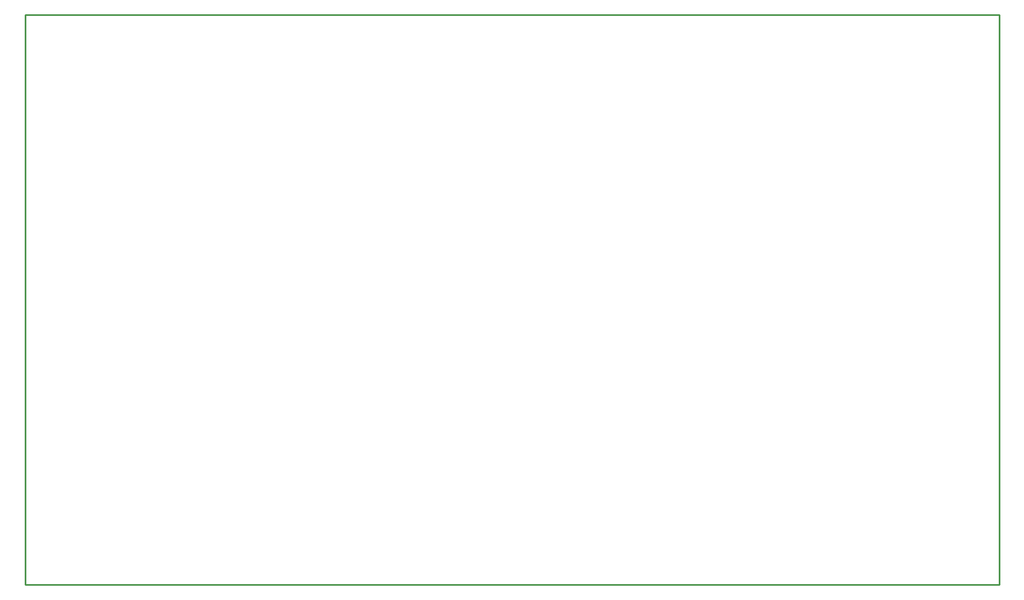
<source format=gko>
G04 Layer: BoardOutlineLayer*
G04 Gerber Generator version 0.2*
G04 Scale: 100 percent, Rotated: No, Reflected: No *
G04 Dimensions in millimeters *
G04 leading zeros omitted , absolute positions ,4 integer and 5 decimal *
%FSLAX45Y45*%
%MOMM*%

%ADD10C,0.2540*%
D10*
X700023Y8599931D02*
G01*
X13899895Y8599931D01*
X13899895Y-199897D01*
X-1117600Y-199897D01*
X-1117600Y8599931D01*
X700023Y8599931D01*

%LPD*%
M02*

</source>
